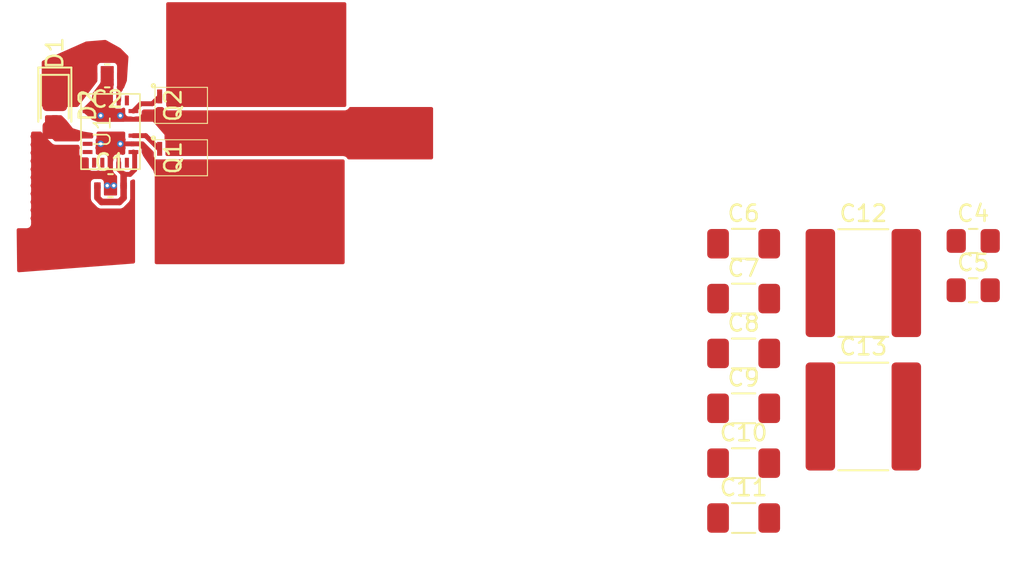
<source format=kicad_pcb>
(kicad_pcb (version 20230906) (generator pcbnew)
  (layers (0 "F.Cu" signal) (31 "B.Cu" signal) (34 "B.Paste" user) (35 "F.Paste" user) (36 "B.SilkS" user "B.Silkscreen") (37 "F.SilkS" user "F.Silkscreen") (38 "B.Mask" user) (39 "F.Mask" user) (44 "Edge.Cuts" user))
  (net 0 "")
  (net 1 "5V")
  (net 2 "Net-(U1-EN{slash}HI)")
  (net 3 "Earth")
  (net 5 "Gate_lo")
  (net 6 "Net-(Q1-D)")
  (net 7 "Gate_hi")
  (net 8 "Vbus")
  (net 9 "Net-(U1-PWM{slash}LI)")
  (net 10 "6-18V")
  (net 11 "Net-(D1-K)")
  (net 12 "Net-(D1-A)")
  (net 13 "PGND")
  (footprint "Capacitor_SMD:C_1206_3216Metric_Pad1.33x1.80mm_HandSolder" (layer "F.Cu") (at 71.165 36.05)
    (property "Reference" "C6" (at 0 -1.85 0) (layer "F.SilkS"))
    (property "Value" "C")
    (fp_line (start -0.711252 -0.91) (end 0.711252 -0.91) (stroke (width 0.12)) (layer "F.SilkS"))
    (fp_line (start -0.711252 0.91) (end 0.711252 0.91) (stroke (width 0.12)) (layer "F.SilkS"))
    (pad "1" smd roundrect (at -1.5625 0) (size 1.325 1.8) (layers "F.Cu" "F.Paste" "F.Mask") (roundrect_rratio 0.188679) (net 8 "Vbus"))
    (pad "2" smd roundrect (at 1.5625 0) (size 1.325 1.8) (layers "F.Cu" "F.Paste" "F.Mask") (roundrect_rratio 0.188679) (net 13 "PGND"))
  )
  (footprint "Capacitor_SMD:C_0805_2012Metric_Pad1.18x1.45mm_HandSolder" (layer "F.Cu") (at 85.185 38.89)
    (property "Reference" "C5" (at 0 -1.68 0) (layer "F.SilkS"))
    (property "Value" "C_Small")
    (fp_line (start -0.261252 -0.735) (end 0.261252 -0.735) (stroke (width 0.12)) (layer "F.SilkS"))
    (fp_line (start -0.261252 0.735) (end 0.261252 0.735) (stroke (width 0.12)) (layer "F.SilkS"))
    (pad "1" smd roundrect (at -1.0375 0) (size 1.175 1.45) (layers "F.Cu" "F.Paste" "F.Mask") (roundrect_rratio 0.212766) (net 8 "Vbus"))
    (pad "2" smd roundrect (at 1.0375 0) (size 1.175 1.45) (layers "F.Cu" "F.Paste" "F.Mask") (roundrect_rratio 0.212766) (net 13 "PGND"))
  )
  (footprint "Capacitor_SMD:C_2225_5664Metric_Pad1.80x6.60mm_HandSolder" (layer "F.Cu") (at 78.475 38.45)
    (property "Reference" "C12" (at 0 -4.25 0) (layer "F.SilkS"))
    (property "Value" "C")
    (fp_line (start -1.522369 -3.285) (end 1.522369 -3.285) (stroke (width 0.12)) (layer "F.SilkS"))
    (fp_line (start -1.522369 3.285) (end 1.522369 3.285) (stroke (width 0.12)) (layer "F.SilkS"))
    (pad "1" smd roundrect (at -2.625 0) (size 1.8 6.6) (layers "F.Cu" "F.Paste" "F.Mask") (roundrect_rratio 0.138889) (net 8 "Vbus"))
    (pad "2" smd roundrect (at 2.625 0) (size 1.8 6.6) (layers "F.Cu" "F.Paste" "F.Mask") (roundrect_rratio 0.138889) (net 13 "PGND"))
  )
  (footprint "Capacitor_SMD:C_1206_3216Metric_Pad1.33x1.80mm_HandSolder" (layer "F.Cu") (at 71.165 52.8)
    (property "Reference" "C11" (at 0 -1.85 0) (layer "F.SilkS"))
    (property "Value" "C")
    (fp_line (start -0.711252 -0.91) (end 0.711252 -0.91) (stroke (width 0.12)) (layer "F.SilkS"))
    (fp_line (start -0.711252 0.91) (end 0.711252 0.91) (stroke (width 0.12)) (layer "F.SilkS"))
    (pad "1" smd roundrect (at -1.5625 0) (size 1.325 1.8) (layers "F.Cu" "F.Paste" "F.Mask") (roundrect_rratio 0.188679) (net 8 "Vbus"))
    (pad "2" smd roundrect (at 1.5625 0) (size 1.325 1.8) (layers "F.Cu" "F.Paste" "F.Mask") (roundrect_rratio 0.188679) (net 13 "PGND"))
  )
  (footprint "Capacitor_SMD:C_1206_3216Metric_Pad1.33x1.80mm_HandSolder" (layer "F.Cu") (at 71.165 49.45)
    (property "Reference" "C10" (at 0 -1.85 0) (layer "F.SilkS"))
    (property "Value" "C")
    (fp_line (start -0.711252 -0.91) (end 0.711252 -0.91) (stroke (width 0.12)) (layer "F.SilkS"))
    (fp_line (start -0.711252 0.91) (end 0.711252 0.91) (stroke (width 0.12)) (layer "F.SilkS"))
    (pad "1" smd roundrect (at -1.5625 0) (size 1.325 1.8) (layers "F.Cu" "F.Paste" "F.Mask") (roundrect_rratio 0.188679) (net 8 "Vbus"))
    (pad "2" smd roundrect (at 1.5625 0) (size 1.325 1.8) (layers "F.Cu" "F.Paste" "F.Mask") (roundrect_rratio 0.188679) (net 13 "PGND"))
  )
  (footprint "Capacitor_SMD:C_1206_3216Metric_Pad1.33x1.80mm_HandSolder" (layer "F.Cu") (at 71.165 46.1)
    (property "Reference" "C9" (at 0 -1.85 0) (layer "F.SilkS"))
    (property "Value" "C")
    (fp_line (start -0.711252 -0.91) (end 0.711252 -0.91) (stroke (width 0.12)) (layer "F.SilkS"))
    (fp_line (start -0.711252 0.91) (end 0.711252 0.91) (stroke (width 0.12)) (layer "F.SilkS"))
    (pad "1" smd roundrect (at -1.5625 0) (size 1.325 1.8) (layers "F.Cu" "F.Paste" "F.Mask") (roundrect_rratio 0.188679) (net 8 "Vbus"))
    (pad "2" smd roundrect (at 1.5625 0) (size 1.325 1.8) (layers "F.Cu" "F.Paste" "F.Mask") (roundrect_rratio 0.188679) (net 13 "PGND"))
  )
  (footprint "usbalbin:FCLGA3(SOT8073-1)" (layer "F.Cu") (at 36.82 27.6 90)
    (property "Reference" "Q2" (at 0 -0.5 90 unlocked) (layer "F.SilkS"))
    (property "Value" "GAN7R0-150LBE")
    (fp_line (start 1.1 -1.6) (end -1.1 -1.6) (stroke (width 0.06)) (layer "F.SilkS"))
    (fp_line (start -1.1 -1.6) (end -1.1 1.6) (stroke (width 0.06)) (layer "F.SilkS"))
    (fp_line (start 1.1 1.6) (end 1.1 -1.6) (stroke (width 0.06)) (layer "F.SilkS"))
    (fp_line (start -1.1 1.6) (end 1.1 1.6) (stroke (width 0.06)) (layer "F.SilkS"))
    (fp_circle (center 1.2 -1.7) (end 1.2 -1.6) (stroke (width 0.12)) (fill none) (layer "F.SilkS"))
    (pad "1" smd rect (at 0.545 -1.32 90) (size 0.85 0.31) (layers "F.Cu" "F.Paste" "F.Mask") (net 7 "Gate_hi"))
    (pad "2" smd rect (at -0.655 -0.005 90) (size 0.64 2.95) (layers "F.Cu" "F.Paste" "F.Mask") (net 6 "Net-(Q1-D)"))
    (pad "3" smd rect (at 0.545 0.375 90) (size 0.85 2.2) (layers "F.Cu" "F.Paste" "F.Mask") (net 8 "Vbus"))
  )
  (footprint "lmg1210:lmg1210" (layer "F.Cu") (at 32.5 29.2)
    (property "Reference" "U1" (at -0.5 0 90 unlocked) (layer "F.SilkS") (effects (font (thickness 0.1))))
    (property "Value" "LMG1210")
    (fp_rect (start -1.8 -2.3) (end 1.8 2.3) (stroke (width 0.1)) (fill none) (layer "F.SilkS"))
    (pad "1" smd roundrect (at -1 1.9 180) (size 0.25 0.6) (layers "F.Cu" "F.Paste" "F.Mask") (roundrect_rratio 0.08))
    (pad "2" smd roundrect (at -0.5 1.9 180) (size 0.25 0.6) (layers "F.Cu" "F.Paste" "F.Mask") (roundrect_rratio 0.08) (net 10 "6-18V"))
    (pad "3" smd roundrect (at 0 1.9 180) (size 0.25 0.6) (layers "F.Cu" "F.Paste" "F.Mask") (roundrect_rratio 0.08) (net 3 "Earth"))
    (pad "4" smd roundrect (at 0.5 1.9 180) (size 0.25 0.6) (layers "F.Cu" "F.Paste" "F.Mask") (roundrect_rratio 0.08) (net 1 "5V"))
    (pad "5" smd roundrect (at 1 1.9 180) (size 0.25 0.6) (layers "F.Cu" "F.Paste" "F.Mask") (roundrect_rratio 0.08))
    (pad "6" smd roundrect (at 1.4 1.25 90) (size 0.25 0.6) (layers "F.Cu" "F.Paste" "F.Mask") (roundrect_rratio 0.08) (net 1 "5V"))
    (pad "7" smd roundrect (at 1.4 0.75 90) (size 0.25 0.6) (layers "F.Cu" "F.Paste" "F.Mask") (roundrect_rratio 0.08) (net 13 "PGND"))
    (pad "8" smd roundrect (at 1.4 0.25 90) (size 0.25 0.6) (layers "F.Cu" "F.Paste" "F.Mask") (roundrect_rratio 0.08) (net 5 "Gate_lo"))
    (pad "9" smd roundrect (at 1.4 -0.75 90) (size 0.25 0.6) (layers "F.Cu" "F.Paste" "F.Mask") (roundrect_rratio 0.08) (net 6 "Net-(Q1-D)"))
    (pad "10" smd roundrect (at 1.4 -1.25 90) (size 0.25 0.6) (layers "F.Cu" "F.Paste" "F.Mask") (roundrect_rratio 0.08) (net 7 "Gate_hi"))
    (pad "11" smd roundrect (at 1 -1.9 180) (size 0.25 0.6) (layers "F.Cu" "F.Paste" "F.Mask") (roundrect_rratio 0.08) (net 6 "Net-(Q1-D)"))
    (pad "12" smd roundrect (at 0.5 -1.9 180) (size 0.25 0.6) (layers "F.Cu" "F.Paste" "F.Mask") (roundrect_rratio 0.08) (net 11 "Net-(D1-K)"))
    (pad "13" smd roundrect (at 0 -1.9 180) (size 0.25 0.6) (layers "F.Cu" "F.Paste" "F.Mask") (roundrect_rratio 0.08) (net 6 "Net-(Q1-D)"))
    (pad "14" smd roundrect (at -0.5 -1.9 180) (size 0.25 0.6) (layers "F.Cu" "F.Paste" "F.Mask") (roundrect_rratio 0.08) (net 6 "Net-(Q1-D)"))
    (pad "15" smd roundrect (at -1 -1.9 180) (size 0.25 0.6) (layers "F.Cu" "F.Paste" "F.Mask") (roundrect_rratio 0.08) (net 6 "Net-(Q1-D)"))
    (pad "16" smd roundrect (at -1.4 -1.25 90) (size 0.25 0.6) (layers "F.Cu" "F.Paste" "F.Mask") (roundrect_rratio 0.08) (net 6 "Net-(Q1-D)"))
    (pad "17" smd roundrect (at -1.4 0.25 90) (size 0.25 0.6) (layers "F.Cu" "F.Paste" "F.Mask") (roundrect_rratio 0.08) (net 12 "Net-(D1-A)"))
    (pad "18" smd roundrect (at -1.4 0.75 90) (size 0.25 0.6) (layers "F.Cu" "F.Paste" "F.Mask") (roundrect_rratio 0.08) (net 2 "Net-(U1-EN{slash}HI)"))
    (pad "19" smd roundrect (at -1.4 1.25 90) (size 0.25 0.6) (layers "F.Cu" "F.Paste" "F.Mask") (roundrect_rratio 0.08) (net 9 "Net-(U1-PWM{slash}LI)"))
    (pad "20" thru_hole circle (at -0.6 0.75 90) (size 0.4 0.4) (drill 0.2) (layers "*.Cu" "*.Mask") (net 3 "Earth"))
    (pad "20" smd roundrect (at 0 0.75 90) (size 1.2 1.7) (layers "F.Cu" "F.Paste" "F.Mask") (roundrect_rratio 0.05) (net 3 "Earth"))
    (pad "20" thru_hole circle (at 0.6 0.75 90) (size 0.4 0.4) (drill 0.2) (layers "*.Cu" "*.Mask") (net 3 "Earth"))
    (pad "21" thru_hole circle (at -0.6 -0.975 90) (size 0.4 0.4) (drill 0.2) (layers "*.Cu" "*.Mask") (net 6 "Net-(Q1-D)"))
    (pad "21" smd roundrect (at 0 -0.975 90) (size 0.75 1.7) (layers "F.Cu" "F.Paste" "F.Mask") (roundrect_rratio 0.05) (net 6 "Net-(Q1-D)"))
    (pad "21" thru_hole circle (at 0.6 -0.975 90) (size 0.4 0.4) (drill 0.2) (layers "*.Cu" "*.Mask") (net 6 "Net-(Q1-D)"))
  )
  (footprint "Capacitor_SMD:C_2225_5664Metric_Pad1.80x6.60mm_HandSolder" (layer "F.Cu") (at 78.475 46.6)
    (property "Reference" "C13" (at 0 -4.25 0) (layer "F.SilkS"))
    (property "Value" "C")
    (fp_line (start -1.522369 -3.285) (end 1.522369 -3.285) (stroke (width 0.12)) (layer "F.SilkS"))
    (fp_line (start -1.522369 3.285) (end 1.522369 3.285) (stroke (width 0.12)) (layer "F.SilkS"))
    (pad "1" smd roundrect (at -2.625 0) (size 1.8 6.6) (layers "F.Cu" "F.Paste" "F.Mask") (roundrect_rratio 0.138889) (net 8 "Vbus"))
    (pad "2" smd roundrect (at 2.625 0) (size 1.8 6.6) (layers "F.Cu" "F.Paste" "F.Mask") (roundrect_rratio 0.138889) (net 13 "PGND"))
  )
  (footprint "Capacitor_SMD:C_1206_3216Metric_Pad1.33x1.80mm_HandSolder" (layer "F.Cu") (at 71.165 42.75)
    (property "Reference" "C8" (at 0 -1.85 0) (layer "F.SilkS"))
    (property "Value" "C")
    (fp_line (start -0.711252 -0.91) (end 0.711252 -0.91) (stroke (width 0.12)) (layer "F.SilkS"))
    (fp_line (start -0.711252 0.91) (end 0.711252 0.91) (stroke (width 0.12)) (layer "F.SilkS"))
    (pad "1" smd roundrect (at -1.5625 0) (size 1.325 1.8) (layers "F.Cu" "F.Paste" "F.Mask") (roundrect_rratio 0.188679) (net 8 "Vbus"))
    (pad "2" smd roundrect (at 1.5625 0) (size 1.325 1.8) (layers "F.Cu" "F.Paste" "F.Mask") (roundrect_rratio 0.188679) (net 13 "PGND"))
  )
  (footprint "Capacitor_SMD:C_0805_2012Metric_Pad1.18x1.45mm_HandSolder" (layer "F.Cu") (at 85.185 35.88)
    (property "Reference" "C4" (at 0 -1.68 0) (layer "F.SilkS"))
    (property "Value" "C_Small")
    (fp_line (start -0.261252 -0.735) (end 0.261252 -0.735) (stroke (width 0.12)) (layer "F.SilkS"))
    (fp_line (start -0.261252 0.735) (end 0.261252 0.735) (stroke (width 0.12)) (layer "F.SilkS"))
    (pad "1" smd roundrect (at -1.0375 0) (size 1.175 1.45) (layers "F.Cu" "F.Paste" "F.Mask") (roundrect_rratio 0.212766) (net 8 "Vbus"))
    (pad "2" smd roundrect (at 1.0375 0) (size 1.175 1.45) (layers "F.Cu" "F.Paste" "F.Mask") (roundrect_rratio 0.212766) (net 13 "PGND"))
  )
  (footprint "Capacitor_SMD:C_1206_3216Metric_Pad1.33x1.80mm_HandSolder" (layer "F.Cu") (at 71.165 39.4)
    (property "Reference" "C7" (at 0 -1.85 0) (layer "F.SilkS"))
    (property "Value" "C")
    (fp_line (start -0.711252 -0.91) (end 0.711252 -0.91) (stroke (width 0.12)) (layer "F.SilkS"))
    (fp_line (start -0.711252 0.91) (end 0.711252 0.91) (stroke (width 0.12)) (layer "F.SilkS"))
    (pad "1" smd roundrect (at -1.5625 0) (size 1.325 1.8) (layers "F.Cu" "F.Paste" "F.Mask") (roundrect_rratio 0.188679) (net 8 "Vbus"))
    (pad "2" smd roundrect (at 1.5625 0) (size 1.325 1.8) (layers "F.Cu" "F.Paste" "F.Mask") (roundrect_rratio 0.188679) (net 13 "PGND"))
  )
  (footprint "Diode_SMD:D_SOD-323F" (layer "F.Cu") (at 29.1 27.3475 -90)
    (property "Reference" "D1" (at -2.9475 0 90) (layer "F.SilkS"))
    (property "Value" "BAT46")
    (fp_line (start -1.61 0.85) (end 1.05 0.85) (stroke (width 0.12)) (layer "F.SilkS"))
    (fp_line (start -1.61 -0.85) (end -1.61 0.85) (stroke (width 0.12)) (layer "F.SilkS"))
    (fp_line (start -1.61 -0.85) (end 1.05 -0.85) (stroke (width 0.12)) (layer "F.SilkS"))
    (pad "1" smd roundrect (at -1.1 0 270) (size 0.5 0.5) (layers "F.Cu" "F.Paste" "F.Mask") (net 11 "Net-(D1-K)"))
    (pad "2" smd roundrect (at 1.1 0 270) (size 0.5 0.5) (layers "F.Cu" "F.Paste" "F.Mask") (net 12 "Net-(D1-A)"))
  )
  (footprint "Diode_SMD:D_PowerDI-123" (layer "F.Cu") (at 29.1 27.6 -90)
    (property "Reference" "D2" (at 0 -2 -90) (layer "F.SilkS"))
    (property "Value" "DFLS1200")
    (fp_line (start -2.31 1.01) (end 1 1.01) (stroke (width 0.12)) (layer "F.SilkS"))
    (fp_line (start -2.31 1.01) (end -2.31 -1.01) (stroke (width 0.12)) (layer "F.SilkS"))
    (fp_line (start 1 -1.01) (end -2.31 -1.01) (stroke (width 0.12)) (layer "F.SilkS"))
    (pad "1" smd roundrect (at -0.85 0 90) (size 2.4 1.5) (layers "F.Cu" "F.Paste" "F.Mask") (roundrect_rratio 0.1666666667) (net 11 "Net-(D1-K)"))
    (pad "2" smd roundrect (at 1.525 0 90) (size 1.05 1.5) (layers "F.Cu" "F.Paste" "F.Mask") (roundrect_rratio 0.2380952381) (net 12 "Net-(D1-A)"))
  )
  (footprint "usbalbin:FCLGA3(SOT8073-1)" (layer "F.Cu") (at 36.82 30.8 90)
    (property "Reference" "Q1" (at 0 -0.5 90 unlocked) (layer "F.SilkS"))
    (property "Value" "GAN7R0-150LBE")
    (fp_line (start 1.1 -1.6) (end -1.1 -1.6) (stroke (width 0.06)) (layer "F.SilkS"))
    (fp_line (start -1.1 -1.6) (end -1.1 1.6) (stroke (width 0.06)) (layer "F.SilkS"))
    (fp_line (start 1.1 1.6) (end 1.1 -1.6) (stroke (width 0.06)) (layer "F.SilkS"))
    (fp_line (start -1.1 1.6) (end 1.1 1.6) (stroke (width 0.06)) (layer "F.SilkS"))
    (fp_circle (center 1.2 -1.7) (end 1.2 -1.6) (stroke (width 0.12)) (fill none) (layer "F.SilkS"))
    (pad "1" smd rect (at 0.545 -1.32 90) (size 0.85 0.31) (layers "F.Cu" "F.Paste" "F.Mask") (net 5 "Gate_lo"))
    (pad "2" smd rect (at -0.655 -0.005 90) (size 0.64 2.95) (layers "F.Cu" "F.Paste" "F.Mask") (net 13 "PGND"))
    (pad "3" smd rect (at 0.545 0.375 90) (size 0.85 2.2) (layers "F.Cu" "F.Paste" "F.Mask") (net 6 "Net-(Q1-D)"))
  )
  (footprint "NetTie:NetTie-2_SMD_Pad0.5mm" (layer "F.Cu") (at 33.5 29.95)
    (property "Reference" "NT1" hide)
    (property "Value" " " hide)
    (fp_poly (pts (xy -0.3 -0.15) (xy 0.3 -0.15) (xy 0.3 0.15) (xy -0.3 0.15)) (fill solid) (layer "F.Cu"))
    (pad "1" smd circle (at -0.3 0) (size 0.3 0.3) (layers "F.Cu") (net 3 "Earth"))
    (pad "2" smd circle (at 0.3 0) (size 0.3 0.3) (layers "F.Cu") (net 13 "PGND"))
  )
  (footprint "usbalbin:C_0603_1608Metric_Feedthrough" (layer "F.Cu") (at 32.3 25.8 180)
    (property "Reference" "C2" (at 0 -1.43 180) (layer "F.SilkS"))
    (property "Value" "YFF18PW0J474M")
    (fp_line (start -0.14058 0.7) (end 0.14058 0.7) (stroke (width 0.12)) (layer "F.SilkS"))
    (fp_line (start -0.14058 -0.7) (end 0.14058 -0.7) (stroke (width 0.12)) (layer "F.SilkS"))
    (pad "1" smd roundrect (at -0.8 0 180) (size 0.4 0.4) (layers "F.Cu" "F.Paste" "F.Mask") (roundrect_rratio 0.08333333333) (net 11 "Net-(D1-K)"))
    (pad "2" smd roundrect (at 0 -0.4 180) (size 0.8 0.4) (layers "F.Cu" "F.Paste" "F.Mask") (roundrect_rratio 0.08333333333) (net 6 "Net-(Q1-D)"))
    (pad "2" smd rect (at 0 0 180) (size 0.8 0.5) (layers "F.Cu") (net 6 "Net-(Q1-D)"))
    (pad "2" smd roundrect (at 0 0.4 180) (size 0.8 0.4) (layers "F.Cu" "F.Paste" "F.Mask") (roundrect_rratio 0.08333333333) (net 6 "Net-(Q1-D)"))
    (pad "3" smd roundrect (at 0.8 0 180) (size 0.4 0.4) (layers "F.Cu" "F.Paste" "F.Mask") (roundrect_rratio 0.08333333333) (net 11 "Net-(D1-K)"))
  )
  (footprint "usbalbin:C_0603_1608Metric_Feedthrough" (layer "F.Cu") (at 32.5 32.5)
    (property "Reference" "C1" (at 0 -1.43 0) (layer "F.SilkS"))
    (property "Value" "YFF18PW0J474M")
    (fp_line (start -0.14058 -0.7) (end 0.14058 -0.7) (stroke (width 0.12)) (layer "F.SilkS"))
    (fp_line (start -0.14058 0.7) (end 0.14058 0.7) (stroke (width 0.12)) (layer "F.SilkS"))
    (pad "1" smd roundrect (at -0.8 0) (size 0.4 0.4) (layers "F.Cu" "F.Paste" "F.Mask") (roundrect_rratio 0.08333333333) (net 1 "5V"))
    (pad "2" smd roundrect (at 0 -0.4) (size 0.8 0.4) (layers "F.Cu" "F.Paste" "F.Mask") (roundrect_rratio 0.08333333333) (net 3 "Earth"))
    (pad "2" smd rect (at 0 0) (size 0.8 0.5) (layers "F.Cu") (net 3 "Earth"))
    (pad "2" smd roundrect (at 0 0.4) (size 0.8 0.4) (layers "F.Cu" "F.Paste" "F.Mask") (roundrect_rratio 0.08333333333) (net 3 "Earth"))
    (pad "3" smd roundrect (at 0.8 0) (size 0.4 0.4) (layers "F.Cu" "F.Paste" "F.Mask") (roundrect_rratio 0.08333333333) (net 1 "5V"))
  )
  (segment (start 33.975 30.525) (end 33.975 31.533259) (width 0.3) (layer "F.Cu") (net 1))
  (segment (start 31.95 33.5) (end 31.8 33.35) (width 0.4) (layer "F.Cu") (net 1))
  (segment (start 31.7 33.25) (end 31.8 33.35) (width 0.3) (layer "F.Cu") (net 1))
  (segment (start 33.975 31.533259) (end 33.694926 31.813333) (width 0.3) (layer "F.Cu") (net 1))
  (segment (start 33.9 30.45) (end 33.975 30.525) (width 0.3) (layer "F.Cu") (net 1))
  (segment (start 33 31.513333) (end 33 31.1) (width 0.3) (layer "F.Cu") (net 1))
  (segment (start 33.046159 33.5) (end 31.95 33.5) (width 0.4) (layer "F.Cu") (net 1))
  (segment (start 33.3 33.246159) (end 33.046159 33.5) (width 0.4) (layer "F.Cu") (net 1))
  (segment (start 33.3 31.813333) (end 33 31.513333) (width 0.3) (layer "F.Cu") (net 1))
  (segment (start 33.3 32.5) (end 33.3 31.813333) (width 0.4) (layer "F.Cu") (net 1))
  (segment (start 31.7 32.5) (end 31.7 33.25) (width 0.4) (layer "F.Cu") (net 1))
  (segment (start 33.3 32.5) (end 33.3 33.246159) (width 0.4) (layer "F.Cu") (net 1))
  (segment (start 33.694926 31.813333) (end 33.3 31.813333) (width 0.3) (layer "F.Cu") (net 1))
  (segment (start 33.2 29.95) (end 33.1 29.95) (width 0.3) (layer "F.Cu") (net 3))
  (segment (start 32.5 31.1) (end 32.5 29.95) (width 0.3) (layer "F.Cu") (net 3))
  (via (at 32.3 32.5) (size 0.4) (drill 0.2) (layers "F.Cu" "B.Cu") (net 3))
  (via (at 32.7 32.5) (size 0.4) (drill 0.2) (layers "F.Cu" "B.Cu") (net 3))
  (segment (start 35.455 30.255) (end 34.65 29.45) (width 0.3) (layer "F.Cu") (net 5))
  (segment (start 34.65 29.45) (end 33.9 29.45) (width 0.3) (layer "F.Cu") (net 5))
  (segment (start 35.5 30.255) (end 35.455 30.255) (width 0.3) (layer "F.Cu") (net 5))
  (segment (start 32.35 26.983334) (end 32.35 25.85) (width 0.5) (layer "F.Cu") (net 6))
  (segment (start 32.35 25.85) (end 32.3 25.8) (width 0.5) (layer "F.Cu") (net 6))
  (segment (start 32 27.3) (end 32.316666 26.983334) (width 0.5) (layer "F.Cu") (net 6))
  (segment (start 32.316666 26.983334) (end 32.35 26.983334) (width 0.5) (layer "F.Cu") (net 6))
  (segment (start 35.055 27.5) (end 35.5 27.055) (width 0.3) (layer "F.Cu") (net 7))
  (segment (start 34.35 27.5) (end 35.055 27.5) (width 0.3) (layer "F.Cu") (net 7))
  (segment (start 33.9 27.95) (end 34.35 27.5) (width 0.3) (layer "F.Cu") (net 7))
  (segment (start 33.1 25.1) (end 33.1 25.8) (width 0.3) (layer "F.Cu") (net 11))
  (segment (start 29.1 26.72) (end 29.1 25.8) (width 0.3) (layer "F.Cu") (net 11))
  (segment (start 32.85 24.85) (end 33.1 25.1) (width 0.3) (layer "F.Cu") (net 11))
  (segment (start 31.5 25.8) (end 31.5 25.124551) (width 0.3) (layer "F.Cu") (net 11))
  (segment (start 33.1 26.616667) (end 33.1 25.8) (width 0.3) (layer "F.Cu") (net 11))
  (segment (start 31.5 25.124551) (end 31.774551 24.85) (width 0.3) (layer "F.Cu") (net 11))
  (segment (start 33 26.716667) (end 33.1 26.616667) (width 0.3) (layer "F.Cu") (net 11))
  (segment (start 33 27.3) (end 33 26.716667) (width 0.3) (layer "F.Cu") (net 11))
  (segment (start 31.774551 24.85) (end 32.85 24.85) (width 0.3) (layer "F.Cu") (net 11))
  (segment (start 29.85 29.45) (end 31.1 29.45) (width 0.3) (layer "F.Cu") (net 12))
  (segment (start 29.1 28.62) (end 29.1 28.7) (width 0.3) (layer "F.Cu") (net 12))
  (segment (start 29.1 28.7) (end 29.85 29.45) (width 0.3) (layer "F.Cu") (net 12))
  (segment (start 34.7 30.7) (end 35.455 31.455) (width 0.3) (layer "F.Cu") (net 13))
  (segment (start 34.7 30.341741) (end 34.7 30.7) (width 0.3) (layer "F.Cu") (net 13))
  (segment (start 33.8 29.95) (end 33.9 29.95) (width 0.3) (layer "F.Cu") (net 13))
  (segment (start 34.308259 29.95) (end 34.7 30.341741) (width 0.3) (layer "F.Cu") (net 13))
  (segment (start 33.9 29.95) (end 34.308259 29.95) (width 0.3) (layer "F.Cu") (net 13))
  (segment (start 35.455 31.455) (end 36.815 31.455) (width 0.3) (layer "F.Cu") (net 13))
  (zone (net 12) (net_name "Net-(D1-A)") (layer "F.Cu") (priority 3) (connect_pads yes (clearance 0.2)) (min_thickness 0.2) (fill yes (thermal_gap 0.5) (thermal_bridge_width 0.5))
    (polygon (pts (xy 28.5 29.2) (xy 29.1 29.8) (xy 31.5 29.8) (xy 31.5 29.3) (xy 30.85 29.2) (xy 30.2 29) (xy 29.8 28.5) (xy 29.5 28.2) (xy 28.5 28.2)))
  )
  (zone (net 6) (net_name "Net-(Q1-D)") (layer "F.Cu") (connect_pads yes (clearance 0.2)) (min_thickness 0.2) (fill yes (thermal_gap 0.5) (thermal_bridge_width 0.5))
    (polygon (pts (xy 31.9 26.1) (xy 32.7 26.2) (xy 32.8 26.6) (xy 33.5 26.6) (xy 33.5 27.7) (xy 34.3 27.7) (xy 52.2 27.7) (xy 52.2 30.9) (xy 35.8 30.9) (xy 35.8 29.4) (xy 35.1 28.6) (xy 31.7 28.6) (xy 31.4 28.5) (xy 30.8 28) (xy 30.8 27.8) (xy 31.4 27.2) (xy 31.4 26.6)))
  )
  (zone (net 13) (net_name "PGND") (layer "F.Cu") (priority 1) (connect_pads yes (clearance 0.2)) (min_thickness 0.2) (fill yes (thermal_gap 0.5) (thermal_bridge_width 0.5))
    (polygon (pts (xy 35.2 37.3) (xy 35.2 31.9) (xy 35.120354 31.59469) (xy 34.5 30.7) (xy 34.25 30.15) (xy 34.25 29.65) (xy 34.6 29.6) (xy 35.2 30.2) (xy 35.2 30.9) (xy 46.8 30.9) (xy 46.8 37.3)))
  )
  (zone (net 3) (net_name "Earth") (layer "F.Cu") (connect_pads yes (clearance 0.2)) (min_thickness 0.2) (fill yes (thermal_gap 0.5) (thermal_bridge_width 0.5))
    (polygon (pts (xy 34 29.2) (xy 34 37.25) (xy 26.8 37.8) (xy 26.7 29.2)))
  )
  (zone (net 11) (net_name "Net-(D1-K)") (layer "F.Cu") (priority 2) (connect_pads yes (clearance 0.2)) (min_thickness 0.2) (fill yes (thermal_gap 0.5) (thermal_bridge_width 0.5))
    (polygon (pts (xy 32.8 25.1) (xy 31.8 25.1) (xy 31.8 26) (xy 30.5 27.7) (xy 28.3 27.7) (xy 28.3 24.9) (xy 31 23.7) (xy 32.2 23.6) (xy 33.1 24.1) (xy 33.6 24.6) (xy 33.5 26.1) (xy 33.3 26.6) (xy 32.8 26.6)))
  )
  (zone (net 8) (net_name "Vbus") (layer "F.Cu") (priority 1) (connect_pads yes (clearance 0.2)) (min_thickness 0.2) (fill yes (thermal_gap 0.5) (thermal_bridge_width 0.5))
    (polygon (pts (xy 35.9 27.7) (xy 35.9 21.3) (xy 46.9 21.3) (xy 46.9 27.7)))
  )
)
</source>
